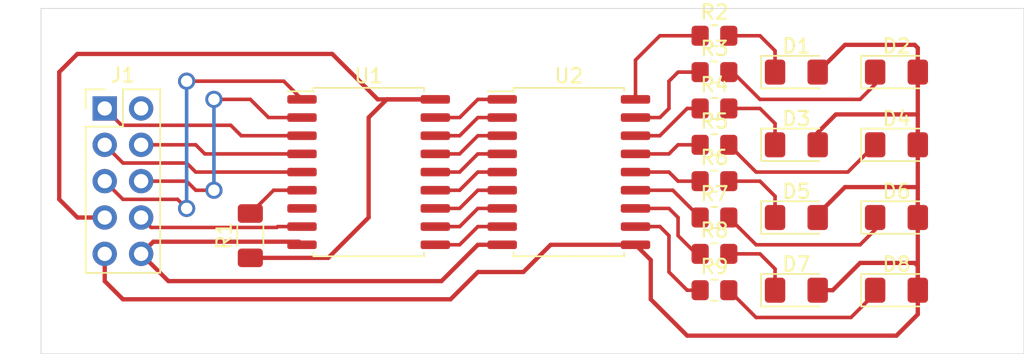
<source format=kicad_pcb>
(kicad_pcb (version 20211014) (generator pcbnew)
  (layers (0 "F.Cu" signal) (31 "B.Cu" signal) (34 "B.Paste" user) (35 "F.Paste" user) (36 "B.SilkS" user "B.Silkscreen") (37 "F.SilkS" user "F.Silkscreen") (38 "B.Mask" user) (39 "F.Mask" user) (44 "Edge.Cuts" user))
  (net 0 "")
  (net 1 "Net-(D1-Pad1)")
  (net 2 "+5VD")
  (net 3 "Net-(D2-Pad1)")
  (net 4 "Net-(D3-Pad1)")
  (net 5 "Net-(D4-Pad1)")
  (net 6 "Net-(D5-Pad1)")
  (net 7 "Net-(D6-Pad1)")
  (net 8 "Net-(D7-Pad1)")
  (net 9 "Net-(D8-Pad1)")
  (net 10 "Net-(J1-Pad1)")
  (net 12 "Net-(J1-Pad3)")
  (net 13 "Net-(J1-Pad4)")
  (net 14 "Net-(J1-Pad5)")
  (net 15 "Net-(J1-Pad6)")
  (net 16 "+3V3")
  (net 17 "Net-(J1-Pad8)")
  (net 18 "GND")
  (net 20 "Net-(R1-Pad2)")
  (net 21 "Net-(R9-Pad1)")
  (net 22 "Net-(U1-Pad10)")
  (net 23 "Net-(U1-Pad11)")
  (net 24 "Net-(U1-Pad12)")
  (net 25 "Net-(U1-Pad13)")
  (net 26 "Net-(U1-Pad14)")
  (net 27 "Net-(U1-Pad15)")
  (net 28 "Net-(R8-Pad1)")
  (net 29 "Net-(R7-Pad1)")
  (net 30 "Net-(R6-Pad1)")
  (net 31 "Net-(R5-Pad1)")
  (net 32 "Net-(R4-Pad1)")
  (net 33 "Net-(R3-Pad1)")
  (net 34 "Net-(R2-Pad1)")
  (net 35 "Net-(U1-Pad16)")
  (net 36 "Net-(U1-Pad17)")
  (footprint "LED_SMD:LED_1206_3216Metric_Pad1.42x1.75mm_HandSolder" (layer "F.Cu") (at 195.58 84.455)
    (fp_text reference "D6" (at 0 -1.82) (layer "F.SilkS"))
    (fp_text value "IR26-21C_L110_TR8")
    (fp_line (start -2.46 -1.135) (end -2.46 1.135) (layer "F.SilkS") (width 0.12))
    (fp_line (start -2.46 1.135) (end 1.6 1.135) (layer "F.SilkS") (width 0.12))
    (fp_line (start 1.6 -1.135) (end -2.46 -1.135) (layer "F.SilkS") (width 0.12))
    (pad "1" smd roundrect (at -1.4875 0) (size 1.425 1.75) (layers "F.Cu" "F.Paste" "F.Mask") (roundrect_rratio 0.175439) (net 7 "Net-(D6-Pad1)"))
    (pad "2" smd roundrect (at 1.4875 0) (size 1.425 1.75) (layers "F.Cu" "F.Paste" "F.Mask") (roundrect_rratio 0.175439) (net 2 "+5VD"))
  )
  (footprint "Resistor_SMD:R_0805_2012Metric_Pad1.20x1.40mm_HandSolder" (layer "F.Cu") (at 182.88 84.455)
    (fp_text reference "R7" (at 0 -1.65) (layer "F.SilkS"))
    (fp_text value "470R")
    (fp_line (start -0.227064 -0.735) (end 0.227064 -0.735) (layer "F.SilkS") (width 0.12))
    (fp_line (start -0.227064 0.735) (end 0.227064 0.735) (layer "F.SilkS") (width 0.12))
    (pad "1" smd roundrect (at -1 0) (size 1.2 1.4) (layers "F.Cu" "F.Paste" "F.Mask") (roundrect_rratio 0.208333) (net 29 "Net-(R7-Pad1)"))
    (pad "2" smd roundrect (at 1 0) (size 1.2 1.4) (layers "F.Cu" "F.Paste" "F.Mask") (roundrect_rratio 0.208333) (net 7 "Net-(D6-Pad1)"))
  )
  (footprint "Resistor_SMD:R_0805_2012Metric_Pad1.20x1.40mm_HandSolder" (layer "F.Cu") (at 182.88 81.915)
    (fp_text reference "R6" (at 0 -1.65) (layer "F.SilkS"))
    (fp_text value "470R")
    (fp_line (start -0.227064 -0.735) (end 0.227064 -0.735) (layer "F.SilkS") (width 0.12))
    (fp_line (start -0.227064 0.735) (end 0.227064 0.735) (layer "F.SilkS") (width 0.12))
    (pad "1" smd roundrect (at -1 0) (size 1.2 1.4) (layers "F.Cu" "F.Paste" "F.Mask") (roundrect_rratio 0.208333) (net 30 "Net-(R6-Pad1)"))
    (pad "2" smd roundrect (at 1 0) (size 1.2 1.4) (layers "F.Cu" "F.Paste" "F.Mask") (roundrect_rratio 0.208333) (net 6 "Net-(D5-Pad1)"))
  )
  (footprint "Resistor_SMD:R_1206_3216Metric_Pad1.30x1.75mm_HandSolder" (layer "F.Cu") (at 150.495 85.725 90)
    (fp_text reference "R1" (at 0 -1.82 90) (layer "F.SilkS"))
    (fp_text value "1K")
    (fp_line (start -0.727064 -0.91) (end 0.727064 -0.91) (layer "F.SilkS") (width 0.12))
    (fp_line (start -0.727064 0.91) (end 0.727064 0.91) (layer "F.SilkS") (width 0.12))
    (pad "1" smd roundrect (at -1.55 0 90) (size 1.3 1.75) (layers "F.Cu" "F.Paste" "F.Mask") (roundrect_rratio 0.192308) (net 16 "+3V3"))
    (pad "2" smd roundrect (at 1.55 0 90) (size 1.3 1.75) (layers "F.Cu" "F.Paste" "F.Mask") (roundrect_rratio 0.192308) (net 20 "Net-(R1-Pad2)"))
  )
  (footprint "Resistor_SMD:R_0805_2012Metric_Pad1.20x1.40mm_HandSolder" (layer "F.Cu") (at 182.88 74.295)
    (fp_text reference "R3" (at 0 -1.65) (layer "F.SilkS"))
    (fp_text value "470R")
    (fp_line (start -0.227064 0.735) (end 0.227064 0.735) (layer "F.SilkS") (width 0.12))
    (fp_line (start -0.227064 -0.735) (end 0.227064 -0.735) (layer "F.SilkS") (width 0.12))
    (pad "1" smd roundrect (at -1 0) (size 1.2 1.4) (layers "F.Cu" "F.Paste" "F.Mask") (roundrect_rratio 0.208333) (net 33 "Net-(R3-Pad1)"))
    (pad "2" smd roundrect (at 1 0) (size 1.2 1.4) (layers "F.Cu" "F.Paste" "F.Mask") (roundrect_rratio 0.208333) (net 3 "Net-(D2-Pad1)"))
  )
  (footprint "LED_SMD:LED_1206_3216Metric_Pad1.42x1.75mm_HandSolder" (layer "F.Cu") (at 188.595 79.375)
    (fp_text reference "D3" (at 0 -1.82) (layer "F.SilkS"))
    (fp_text value "IR26-21C_L110_TR8")
    (fp_line (start -2.46 1.135) (end 1.6 1.135) (layer "F.SilkS") (width 0.12))
    (fp_line (start -2.46 -1.135) (end -2.46 1.135) (layer "F.SilkS") (width 0.12))
    (fp_line (start 1.6 -1.135) (end -2.46 -1.135) (layer "F.SilkS") (width 0.12))
    (pad "1" smd roundrect (at -1.4875 0) (size 1.425 1.75) (layers "F.Cu" "F.Paste" "F.Mask") (roundrect_rratio 0.175439) (net 4 "Net-(D3-Pad1)"))
    (pad "2" smd roundrect (at 1.4875 0) (size 1.425 1.75) (layers "F.Cu" "F.Paste" "F.Mask") (roundrect_rratio 0.175439) (net 2 "+5VD"))
  )
  (footprint "Resistor_SMD:R_0805_2012Metric_Pad1.20x1.40mm_HandSolder" (layer "F.Cu") (at 182.88 86.995)
    (fp_text reference "R8" (at 0 -1.65) (layer "F.SilkS"))
    (fp_text value "470R")
    (fp_line (start -0.227064 -0.735) (end 0.227064 -0.735) (layer "F.SilkS") (width 0.12))
    (fp_line (start -0.227064 0.735) (end 0.227064 0.735) (layer "F.SilkS") (width 0.12))
    (pad "1" smd roundrect (at -1 0) (size 1.2 1.4) (layers "F.Cu" "F.Paste" "F.Mask") (roundrect_rratio 0.208333) (net 28 "Net-(R8-Pad1)"))
    (pad "2" smd roundrect (at 1 0) (size 1.2 1.4) (layers "F.Cu" "F.Paste" "F.Mask") (roundrect_rratio 0.208333) (net 8 "Net-(D7-Pad1)"))
  )
  (footprint "Package_SO:SOIC-18W_7.5x11.6mm_P1.27mm" (layer "F.Cu") (at 158.75 81.28)
    (fp_text reference "U1" (at 0 -6.72) (layer "F.SilkS"))
    (fp_text value "MCP23008-xSO")
    (fp_line (start -3.86 -5.64) (end -5.675 -5.64) (layer "F.SilkS") (width 0.12))
    (fp_line (start 0 -5.885) (end -3.86 -5.885) (layer "F.SilkS") (width 0.12))
    (fp_line (start 3.86 5.885) (end 3.86 5.64) (layer "F.SilkS") (width 0.12))
    (fp_line (start -3.86 5.885) (end -3.86 5.64) (layer "F.SilkS") (width 0.12))
    (fp_line (start 0 -5.885) (end 3.86 -5.885) (layer "F.SilkS") (width 0.12))
    (fp_line (start 0 5.885) (end -3.86 5.885) (layer "F.SilkS") (width 0.12))
    (fp_line (start -3.86 -5.885) (end -3.86 -5.64) (layer "F.SilkS") (width 0.12))
    (fp_line (start 3.86 -5.885) (end 3.86 -5.64) (layer "F.SilkS") (width 0.12))
    (fp_line (start 0 5.885) (end 3.86 5.885) (layer "F.SilkS") (width 0.12))
    (pad "1" smd roundrect (at -4.65 -5.08) (size 2.05 0.6) (layers "F.Cu" "F.Paste" "F.Mask") (net 14 "Net-(J1-Pad5)"))
    (pad "2" smd roundrect (at -4.65 -3.81) (size 2.05 0.6) (layers "F.Cu" "F.Paste" "F.Mask") (net 15 "Net-(J1-Pad6)"))
    (pad "3" smd roundrect (at -4.65 -2.54) (size 2.05 0.6) (layers "F.Cu" "F.Paste" "F.Mask") (net 10 "Net-(J1-Pad1)"))
    (pad "4" smd roundrect (at -4.65 -1.27) (size 2.05 0.6) (layers "F.Cu" "F.Paste" "F.Mask") (net 13 "Net-(J1-Pad4)"))
    (pad "5" smd roundrect (at -4.65 0) (size 2.05 0.6) (layers "F.Cu" "F.Paste" "F.Mask") (net 12 "Net-(J1-Pad3)"))
    (pad "6" smd roundrect (at -4.65 1.27) (size 2.05 0.6) (layers "F.Cu" "F.Paste" "F.Mask") (net 20 "Net-(R1-Pad2)"))
    (pad "7" smd roundrect (at -4.65 2.54) (size 2.05 0.6) (layers "F.Cu" "F.Paste" "F.Mask"))
    (pad "8" smd roundrect (at -4.65 3.81) (size 2.05 0.6) (layers "F.Cu" "F.Paste" "F.Mask") (net 17 "Net-(J1-Pad8)"))
    (pad "9" smd roundrect (at -4.65 5.08) (size 2.05 0.6) (layers "F.Cu" "F.Paste" "F.Mask") (net 18 "GND"))
    (pad "10" smd roundrect (at 4.65 5.08) (size 2.05 0.6) (layers "F.Cu" "F.Paste" "F.Mask") (net 22 "Net-(U1-Pad10)"))
    (pad "11" smd roundrect (at 4.65 3.81) (size 2.05 0.6) (layers "F.Cu" "F.Paste" "F.Mask") (net 23 "Net-(U1-Pad11)"))
    (pad "12" smd roundrect (at 4.65 2.54) (size 2.05 0.6) (layers "F.Cu" "F.Paste" "F.Mask") (net 24 "Net-(U1-Pad12)"))
    (pad "13" smd roundrect (at 4.65 1.27) (size 2.05 0.6) (layers "F.Cu" "F.Paste" "F.Mask") (net 25 "Net-(U1-Pad13)"))
    (pad "14" smd roundrect (at 4.65 0) (size 2.05 0.6) (layers "F.Cu" "F.Paste" "F.Mask") (net 26 "Net-(U1-Pad14)"))
    (pad "15" smd roundrect (at 4.65 -1.27) (size 2.05 0.6) (layers "F.Cu" "F.Paste" "F.Mask") (net 27 "Net-(U1-Pad15)"))
    (pad "16" smd roundrect (at 4.65 -2.54) (size 2.05 0.6) (layers "F.Cu" "F.Paste" "F.Mask") (net 35 "Net-(U1-Pad16)"))
    (pad "17" smd roundrect (at 4.65 -3.81) (size 2.05 0.6) (layers "F.Cu" "F.Paste" "F.Mask") (net 36 "Net-(U1-Pad17)"))
    (pad "18" smd roundrect (at 4.65 -5.08) (size 2.05 0.6) (layers "F.Cu" "F.Paste" "F.Mask") (net 16 "+3V3"))
  )
  (footprint "Connector_PinHeader_2.54mm:PinHeader_2x05_P2.54mm_Vertical" (layer "F.Cu") (at 140.335 76.835)
    (fp_text reference "J1" (at 1.27 -2.33) (layer "F.SilkS"))
    (fp_text value "Conn_02x05_Odd_Even")
    (fp_line (start -1.33 1.27) (end -1.33 11.49) (layer "F.SilkS") (width 0.12))
    (fp_line (start 1.27 1.27) (end 1.27 -1.33) (layer "F.SilkS") (width 0.12))
    (fp_line (start 3.87 -1.33) (end 3.87 11.49) (layer "F.SilkS") (width 0.12))
    (fp_line (start -1.33 1.27) (end 1.27 1.27) (layer "F.SilkS") (width 0.12))
    (fp_line (start -1.33 -1.33) (end 0 -1.33) (layer "F.SilkS") (width 0.12))
    (fp_line (start 1.27 -1.33) (end 3.87 -1.33) (layer "F.SilkS") (width 0.12))
    (fp_line (start -1.33 0) (end -1.33 -1.33) (layer "F.SilkS") (width 0.12))
    (fp_line (start -1.33 11.49) (end 3.87 11.49) (layer "F.SilkS") (width 0.12))
    (pad "1" thru_hole rect (at 0 0) (size 1.7 1.7) (drill 1) (layers *.Cu *.Mask) (net 10 "Net-(J1-Pad1)"))
    (pad "2" thru_hole oval (at 2.54 0) (size 1.7 1.7) (drill 1) (layers *.Cu *.Mask))
    (pad "3" thru_hole oval (at 0 2.54) (size 1.7 1.7) (drill 1) (layers *.Cu *.Mask) (net 12 "Net-(J1-Pad3)"))
    (pad "4" thru_hole oval (at 2.54 2.54) (size 1.7 1.7) (drill 1) (layers *.Cu *.Mask) (net 13 "Net-(J1-Pad4)"))
    (pad "5" thru_hole oval (at 0 5.08) (size 1.7 1.7) (drill 1) (layers *.Cu *.Mask) (net 14 "Net-(J1-Pad5)"))
    (pad "6" thru_hole oval (at 2.54 5.08) (size 1.7 1.7) (drill 1) (layers *.Cu *.Mask) (net 15 "Net-(J1-Pad6)"))
    (pad "7" thru_hole oval (at 0 7.62) (size 1.7 1.7) (drill 1) (layers *.Cu *.Mask) (net 16 "+3V3"))
    (pad "8" thru_hole oval (at 2.54 7.62) (size 1.7 1.7) (drill 1) (layers *.Cu *.Mask) (net 17 "Net-(J1-Pad8)"))
    (pad "9" thru_hole oval (at 0 10.16) (size 1.7 1.7) (drill 1) (layers *.Cu *.Mask) (net 2 "+5VD"))
    (pad "10" thru_hole oval (at 2.54 10.16) (size 1.7 1.7) (drill 1) (layers *.Cu *.Mask) (net 18 "GND"))
  )
  (footprint "LED_SMD:LED_1206_3216Metric_Pad1.42x1.75mm_HandSolder" (layer "F.Cu") (at 188.595 89.535)
    (fp_text reference "D7" (at 0 -1.82) (layer "F.SilkS"))
    (fp_text value "IR26-21C_L110_TR8")
    (fp_line (start -2.46 1.135) (end 1.6 1.135) (layer "F.SilkS") (width 0.12))
    (fp_line (start -2.46 -1.135) (end -2.46 1.135) (layer "F.SilkS") (width 0.12))
    (fp_line (start 1.6 -1.135) (end -2.46 -1.135) (layer "F.SilkS") (width 0.12))
    (pad "1" smd roundrect (at -1.4875 0) (size 1.425 1.75) (layers "F.Cu" "F.Paste" "F.Mask") (roundrect_rratio 0.175439) (net 8 "Net-(D7-Pad1)"))
    (pad "2" smd roundrect (at 1.4875 0) (size 1.425 1.75) (layers "F.Cu" "F.Paste" "F.Mask") (roundrect_rratio 0.175439) (net 2 "+5VD"))
  )
  (footprint "LED_SMD:LED_1206_3216Metric_Pad1.42x1.75mm_HandSolder" (layer "F.Cu") (at 188.595 74.295)
    (fp_text reference "D1" (at 0 -1.82) (layer "F.SilkS"))
    (fp_text value "IR26-21C_L110_TR8")
    (fp_line (start -2.46 -1.135) (end -2.46 1.135) (layer "F.SilkS") (width 0.12))
    (fp_line (start 1.6 -1.135) (end -2.46 -1.135) (layer "F.SilkS") (width 0.12))
    (fp_line (start -2.46 1.135) (end 1.6 1.135) (layer "F.SilkS") (width 0.12))
    (pad "1" smd roundrect (at -1.4875 0) (size 1.425 1.75) (layers "F.Cu" "F.Paste" "F.Mask") (roundrect_rratio 0.175439) (net 1 "Net-(D1-Pad1)"))
    (pad "2" smd roundrect (at 1.4875 0) (size 1.425 1.75) (layers "F.Cu" "F.Paste" "F.Mask") (roundrect_rratio 0.175439) (net 2 "+5VD"))
  )
  (footprint "Package_SO:SOIC-18W_7.5x11.6mm_P1.27mm" (layer "F.Cu") (at 172.72 81.28)
    (fp_text reference "U2" (at 0 -6.72) (layer "F.SilkS"))
    (fp_text value "ULN2803A")
    (fp_line (start -3.86 -5.64) (end -5.675 -5.64) (layer "F.SilkS") (width 0.12))
    (fp_line (start -3.86 5.885) (end -3.86 5.64) (layer "F.SilkS") (width 0.12))
    (fp_line (start -3.86 -5.885) (end -3.86 -5.64) (layer "F.SilkS") (width 0.12))
    (fp_line (start 3.86 5.885) (end 3.86 5.64) (layer "F.SilkS") (width 0.12))
    (fp_line (start 0 -5.885) (end -3.86 -5.885) (layer "F.SilkS") (width 0.12))
    (fp_line (start 0 -5.885) (end 3.86 -5.885) (layer "F.SilkS") (width 0.12))
    (fp_line (start 0 5.885) (end -3.86 5.885) (layer "F.SilkS") (width 0.12))
    (fp_line (start 3.86 -5.885) (end 3.86 -5.64) (layer "F.SilkS") (width 0.12))
    (fp_line (start 0 5.885) (end 3.86 5.885) (layer "F.SilkS") (width 0.12))
    (pad "1" smd roundrect (at -4.65 -5.08) (size 2.05 0.6) (layers "F.Cu" "F.Paste" "F.Mask") (net 36 "Net-(U1-Pad17)"))
    (pad "2" smd roundrect (at -4.65 -3.81) (size 2.05 0.6) (layers "F.Cu" "F.Paste" "F.Mask") (net 35 "Net-(U1-Pad16)"))
    (pad "3" smd roundrect (at -4.65 -2.54) (size 2.05 0.6) (layers "F.Cu" "F.Paste" "F.Mask") (net 27 "Net-(U1-Pad15)"))
    (pad "4" smd roundrect (at -4.65 -1.27) (size 2.05 0.6) (layers "F.Cu" "F.Paste" "F.Mask") (net 26 "Net-(U1-Pad14)"))
    (pad "5" smd roundrect (at -4.65 0) (size 2.05 0.6) (layers "F.Cu" "F.Paste" "F.Mask") (net 25 "Net-(U1-Pad13)"))
    (pad "6" smd roundrect (at -4.65 1.27) (size 2.05 0.6) (layers "F.Cu" "F.Paste" "F.Mask") (net 24 "Net-(U1-Pad12)"))
    (pad "7" smd roundrect (at -4.65 2.54) (size 2.05 0.6) (layers "F.Cu" "F.Paste" "F.Mask") (net 23 "Net-(U1-Pad11)"))
    (pad "8" smd roundrect (at -4.65 3.81) (size 2.05 0.6) (layers "F.Cu" "F.Paste" "F.Mask") (net 22 "Net-(U1-Pad10)"))
    (pad "9" smd roundrect (at -4.65 5.08) (size 2.05 0.6) (layers "F.Cu" "F.Paste" "F.Mask") (net 18 "GND"))
    (pad "10" smd roundrect (at 4.65 5.08) (size 2.05 0.6) (layers "F.Cu" "F.Paste" "F.Mask") (net 2 "+5VD"))
    (pad "11" smd roundrect (at 4.65 3.81) (size 2.05 0.6) (layers "F.Cu" "F.Paste" "F.Mask") (net 21 "Net-(R9-Pad1)"))
    (pad "12" smd roundrect (at 4.65 2.54) (size 2.05 0.6) (layers "F.Cu" "F.Paste" "F.Mask") (net 28 "Net-(R8-Pad1)"))
    (pad "13" smd roundrect (at 4.65 1.27) (size 2.05 0.6) (layers "F.Cu" "F.Paste" "F.Mask") (net 29 "Net-(R7-Pad1)"))
    (pad "14" smd roundrect (at 4.65 0) (size 2.05 0.6) (layers "F.Cu" "F.Paste" "F.Mask") (net 30 "Net-(R6-Pad1)"))
    (pad "15" smd roundrect (at 4.65 -1.27) (size 2.05 0.6) (layers "F.Cu" "F.Paste" "F.Mask") (net 31 "Net-(R5-Pad1)"))
    (pad "16" smd roundrect (at 4.65 -2.54) (size 2.05 0.6) (layers "F.Cu" "F.Paste" "F.Mask") (net 32 "Net-(R4-Pad1)"))
    (pad "17" smd roundrect (at 4.65 -3.81) (size 2.05 0.6) (layers "F.Cu" "F.Paste" "F.Mask") (net 33 "Net-(R3-Pad1)"))
    (pad "18" smd roundrect (at 4.65 -5.08) (size 2.05 0.6) (layers "F.Cu" "F.Paste" "F.Mask") (net 34 "Net-(R2-Pad1)"))
  )
  (footprint "Resistor_SMD:R_0805_2012Metric_Pad1.20x1.40mm_HandSolder" (layer "F.Cu") (at 182.88 89.535)
    (fp_text reference "R9" (at 0 -1.65) (layer "F.SilkS"))
    (fp_text value "470R")
    (fp_line (start -0.227064 -0.735) (end 0.227064 -0.735) (layer "F.SilkS") (width 0.12))
    (fp_line (start -0.227064 0.735) (end 0.227064 0.735) (layer "F.SilkS") (width 0.12))
    (pad "1" smd roundrect (at -1 0) (size 1.2 1.4) (layers "F.Cu" "F.Paste" "F.Mask") (roundrect_rratio 0.208333) (net 21 "Net-(R9-Pad1)"))
    (pad "2" smd roundrect (at 1 0) (size 1.2 1.4) (layers "F.Cu" "F.Paste" "F.Mask") (roundrect_rratio 0.208333) (net 9 "Net-(D8-Pad1)"))
  )
  (footprint "LED_SMD:LED_1206_3216Metric_Pad1.42x1.75mm_HandSolder" (layer "F.Cu") (at 195.58 79.375)
    (fp_text reference "D4" (at 0 -1.82) (layer "F.SilkS"))
    (fp_text value "IR26-21C_L110_TR8")
    (fp_line (start -2.46 1.135) (end 1.6 1.135) (layer "F.SilkS") (width 0.12))
    (fp_line (start -2.46 -1.135) (end -2.46 1.135) (layer "F.SilkS") (width 0.12))
    (fp_line (start 1.6 -1.135) (end -2.46 -1.135) (layer "F.SilkS") (width 0.12))
    (pad "1" smd roundrect (at -1.4875 0) (size 1.425 1.75) (layers "F.Cu" "F.Paste" "F.Mask") (roundrect_rratio 0.175439) (net 5 "Net-(D4-Pad1)"))
    (pad "2" smd roundrect (at 1.4875 0) (size 1.425 1.75) (layers "F.Cu" "F.Paste" "F.Mask") (roundrect_rratio 0.175439) (net 2 "+5VD"))
  )
  (footprint "LED_SMD:LED_1206_3216Metric_Pad1.42x1.75mm_HandSolder" (layer "F.Cu") (at 195.58 89.535)
    (fp_text reference "D8" (at 0 -1.82) (layer "F.SilkS"))
    (fp_text value "IR26-21C_L110_TR8")
    (fp_line (start -2.46 1.135) (end 1.6 1.135) (layer "F.SilkS") (width 0.12))
    (fp_line (start 1.6 -1.135) (end -2.46 -1.135) (layer "F.SilkS") (width 0.12))
    (fp_line (start -2.46 -1.135) (end -2.46 1.135) (layer "F.SilkS") (width 0.12))
    (pad "1" smd roundrect (at -1.4875 0) (size 1.425 1.75) (layers "F.Cu" "F.Paste" "F.Mask") (roundrect_rratio 0.175439) (net 9 "Net-(D8-Pad1)"))
    (pad "2" smd roundrect (at 1.4875 0) (size 1.425 1.75) (layers "F.Cu" "F.Paste" "F.Mask") (roundrect_rratio 0.175439) (net 2 "+5VD"))
  )
  (footprint "Resistor_SMD:R_0805_2012Metric_Pad1.20x1.40mm_HandSolder" (layer "F.Cu") (at 182.88 76.835)
    (fp_text reference "R4" (at 0 -1.65) (layer "F.SilkS"))
    (fp_text value "470R")
    (fp_line (start -0.227064 -0.735) (end 0.227064 -0.735) (layer "F.SilkS") (width 0.12))
    (fp_line (start -0.227064 0.735) (end 0.227064 0.735) (layer "F.SilkS") (width 0.12))
    (pad "1" smd roundrect (at -1 0) (size 1.2 1.4) (layers "F.Cu" "F.Paste" "F.Mask") (roundrect_rratio 0.208333) (net 32 "Net-(R4-Pad1)"))
    (pad "2" smd roundrect (at 1 0) (size 1.2 1.4) (layers "F.Cu" "F.Paste" "F.Mask") (roundrect_rratio 0.208333) (net 4 "Net-(D3-Pad1)"))
  )
  (footprint "Resistor_SMD:R_0805_2012Metric_Pad1.20x1.40mm_HandSolder" (layer "F.Cu") (at 182.88 71.755)
    (fp_text reference "R2" (at 0 -1.65) (layer "F.SilkS"))
    (fp_text value "470R")
    (fp_line (start -0.227064 0.735) (end 0.227064 0.735) (layer "F.SilkS") (width 0.12))
    (fp_line (start -0.227064 -0.735) (end 0.227064 -0.735) (layer "F.SilkS") (width 0.12))
    (pad "1" smd roundrect (at -1 0) (size 1.2 1.4) (layers "F.Cu" "F.Paste" "F.Mask") (roundrect_rratio 0.208333) (net 34 "Net-(R2-Pad1)"))
    (pad "2" smd roundrect (at 1 0) (size 1.2 1.4) (layers "F.Cu" "F.Paste" "F.Mask") (roundrect_rratio 0.208333) (net 1 "Net-(D1-Pad1)"))
  )
  (footprint "LED_SMD:LED_1206_3216Metric_Pad1.42x1.75mm_HandSolder" (layer "F.Cu") (at 188.595 84.455)
    (fp_text reference "D5" (at 0 -1.82) (layer "F.SilkS"))
    (fp_text value "IR26-21C_L110_TR8")
    (fp_line (start -2.46 1.135) (end 1.6 1.135) (layer "F.SilkS") (width 0.12))
    (fp_line (start -2.46 -1.135) (end -2.46 1.135) (layer "F.SilkS") (width 0.12))
    (fp_line (start 1.6 -1.135) (end -2.46 -1.135) (layer "F.SilkS") (width 0.12))
    (pad "1" smd roundrect (at -1.4875 0) (size 1.425 1.75) (layers "F.Cu" "F.Paste" "F.Mask") (roundrect_rratio 0.175439) (net 6 "Net-(D5-Pad1)"))
    (pad "2" smd roundrect (at 1.4875 0) (size 1.425 1.75) (layers "F.Cu" "F.Paste" "F.Mask") (roundrect_rratio 0.175439) (net 2 "+5VD"))
  )
  (footprint "Resistor_SMD:R_0805_2012Metric_Pad1.20x1.40mm_HandSolder" (layer "F.Cu") (at 182.88 79.375)
    (fp_text reference "R5" (at 0 -1.65) (layer "F.SilkS"))
    (fp_text value "470R")
    (fp_line (start -0.227064 0.735) (end 0.227064 0.735) (layer "F.SilkS") (width 0.12))
    (fp_line (start -0.227064 -0.735) (end 0.227064 -0.735) (layer "F.SilkS") (width 0.12))
    (pad "1" smd roundrect (at -1 0) (size 1.2 1.4) (layers "F.Cu" "F.Paste" "F.Mask") (roundrect_rratio 0.208333) (net 31 "Net-(R5-Pad1)"))
    (pad "2" smd roundrect (at 1 0) (size 1.2 1.4) (layers "F.Cu" "F.Paste" "F.Mask") (roundrect_rratio 0.208333) (net 5 "Net-(D4-Pad1)"))
  )
  (footprint "LED_SMD:LED_1206_3216Metric_Pad1.42x1.75mm_HandSolder" (layer "F.Cu") (at 195.58 74.295)
    (fp_text reference "D2" (at 0 -1.82) (layer "F.SilkS"))
    (fp_text value "IR26-21C_L110_TR8")
    (fp_line (start 1.6 -1.135) (end -2.46 -1.135) (layer "F.SilkS") (width 0.12))
    (fp_line (start -2.46 -1.135) (end -2.46 1.135) (layer "F.SilkS") (width 0.12))
    (fp_line (start -2.46 1.135) (end 1.6 1.135) (layer "F.SilkS") (width 0.12))
    (pad "1" smd roundrect (at -1.4875 0) (size 1.425 1.75) (layers "F.Cu" "F.Paste" "F.Mask") (roundrect_rratio 0.175439) (net 3 "Net-(D2-Pad1)"))
    (pad "2" smd roundrect (at 1.4875 0) (size 1.425 1.75) (layers "F.Cu" "F.Paste" "F.Mask") (roundrect_rratio 0.175439) (net 2 "+5VD"))
  )
  (gr_line (start 135.89 93.98) (end 204.47 93.98) (layer "Edge.Cuts") (width 0.05))
  (gr_line (start 204.47 69.85) (end 135.89 69.85) (layer "Edge.Cuts") (width 0.05))
  (gr_line (start 135.89 69.85) (end 135.89 93.98) (layer "Edge.Cuts") (width 0.05))
  (gr_line (start 204.47 93.98) (end 204.47 69.85) (layer "Edge.Cuts") (width 0.05))
  (segment (start 183.88 71.755) (end 186.055 71.755) (width 0.25) (layer "F.Cu") (net 1))
  (segment (start 187.1075 72.8075) (end 187.1075 74.295) (width 0.25) (layer "F.Cu") (net 1))
  (segment (start 186.055 71.755) (end 187.1075 72.8075) (width 0.25) (layer "F.Cu") (net 1))
  (segment (start 197.0675 91.2225) (end 195.58 92.71) (width 0.3) (layer "F.Cu") (net 2))
  (segment (start 196.85 87.63) (end 197.0675 87.8475) (width 0.3) (layer "F.Cu") (net 2))
  (segment (start 197.0675 79.375) (end 197.0675 82.3325) (width 0.3) (layer "F.Cu") (net 2))
  (segment (start 197.0675 89.535) (end 197.0675 91.2225) (width 0.3) (layer "F.Cu") (net 2))
  (segment (start 164.465 90.17) (end 141.605 90.17) (width 0.3) (layer "F.Cu") (net 2))
  (segment (start 190.0825 89.535) (end 191.135 89.535) (width 0.3) (layer "F.Cu") (net 2))
  (segment (start 191.3525 77.2525) (end 197.0675 77.2525) (width 0.3) (layer "F.Cu") (net 2))
  (segment (start 195.58 92.71) (end 180.975 92.71) (width 0.3) (layer "F.Cu") (net 2))
  (segment (start 191.9875 72.39) (end 190.0825 74.295) (width 0.3) (layer "F.Cu") (net 2))
  (segment (start 140.335 88.9) (end 140.335 86.995) (width 0.3) (layer "F.Cu") (net 2))
  (segment (start 169.545 88.265) (end 166.37 88.265) (width 0.3) (layer "F.Cu") (net 2))
  (segment (start 191.9875 82.3325) (end 197.0675 82.3325) (width 0.3) (layer "F.Cu") (net 2))
  (segment (start 197.0675 82.3325) (end 197.0675 84.455) (width 0.3) (layer "F.Cu") (net 2))
  (segment (start 177.37 86.36) (end 171.45 86.36) (width 0.3) (layer "F.Cu") (net 2))
  (segment (start 141.605 90.17) (end 140.335 88.9) (width 0.3) (layer "F.Cu") (net 2))
  (segment (start 190.0825 78.5225) (end 191.3525 77.2525) (width 0.3) (layer "F.Cu") (net 2))
  (segment (start 190.0825 79.375) (end 190.0825 78.5225) (width 0.3) (layer "F.Cu") (net 2))
  (segment (start 180.975 92.71) (end 178.435 90.17) (width 0.3) (layer "F.Cu") (net 2))
  (segment (start 196.85 72.39) (end 191.9875 72.39) (width 0.3) (layer "F.Cu") (net 2))
  (segment (start 197.0675 74.295) (end 197.0675 72.6075) (width 0.3) (layer "F.Cu") (net 2))
  (segment (start 178.435 87.425) (end 177.37 86.36) (width 0.3) (layer "F.Cu") (net 2))
  (segment (start 166.37 88.265) (end 164.465 90.17) (width 0.3) (layer "F.Cu") (net 2))
  (segment (start 197.0675 84.455) (end 197.0675 89.535) (width 0.3) (layer "F.Cu") (net 2))
  (segment (start 171.45 86.36) (end 169.545 88.265) (width 0.3) (layer "F.Cu") (net 2))
  (segment (start 193.04 87.63) (end 196.85 87.63) (width 0.3) (layer "F.Cu") (net 2))
  (segment (start 197.0675 77.2525) (end 197.0675 79.375) (width 0.3) (layer "F.Cu") (net 2))
  (segment (start 197.0675 87.8475) (end 197.0675 89.535) (width 0.3) (layer "F.Cu") (net 2))
  (segment (start 190.0825 84.455) (end 190.0825 84.2375) (width 0.3) (layer "F.Cu") (net 2))
  (segment (start 190.0825 84.2375) (end 191.9875 82.3325) (width 0.3) (layer "F.Cu") (net 2))
  (segment (start 191.135 89.535) (end 193.04 87.63) (width 0.3) (layer "F.Cu") (net 2))
  (segment (start 178.435 90.17) (end 178.435 87.425) (width 0.3) (layer "F.Cu") (net 2))
  (segment (start 197.0675 72.6075) (end 196.85 72.39) (width 0.3) (layer "F.Cu") (net 2))
  (segment (start 197.0675 74.295) (end 197.0675 77.2525) (width 0.3) (layer "F.Cu") (net 2))
  (segment (start 193.04 76.2) (end 186.055 76.2) (width 0.25) (layer "F.Cu") (net 3))
  (segment (start 194.0925 74.295) (end 194.0925 75.1475) (width 0.25) (layer "F.Cu") (net 3))
  (segment (start 184.15 74.295) (end 183.88 74.295) (width 0.25) (layer "F.Cu") (net 3))
  (segment (start 186.055 76.2) (end 184.15 74.295) (width 0.25) (layer "F.Cu") (net 3))
  (segment (start 194.0925 75.1475) (end 193.04 76.2) (width 0.25) (layer "F.Cu") (net 3))
  (segment (start 183.88 76.835) (end 186.055 76.835) (width 0.25) (layer "F.Cu") (net 4))
  (segment (start 186.055 76.835) (end 187.1075 77.8875) (width 0.25) (layer "F.Cu") (net 4))
  (segment (start 187.1075 77.8875) (end 187.1075 79.375) (width 0.25) (layer "F.Cu") (net 4))
  (segment (start 194.0925 79.375) (end 192.1875 81.28) (width 0.25) (layer "F.Cu") (net 5))
  (segment (start 185.785 81.28) (end 183.88 79.375) (width 0.25) (layer "F.Cu") (net 5))
  (segment (start 192.1875 81.28) (end 185.785 81.28) (width 0.25) (layer "F.Cu") (net 5))
  (segment (start 183.88 81.915) (end 186.055 81.915) (width 0.25) (layer "F.Cu") (net 6))
  (segment (start 187.1075 82.9675) (end 187.1075 84.455) (width 0.25) (layer "F.Cu") (net 6))
  (segment (start 186.055 81.915) (end 187.1075 82.9675) (width 0.25) (layer "F.Cu") (net 6))
  (segment (start 185.785 86.36) (end 183.88 84.455) (width 0.25) (layer "F.Cu") (net 7))
  (segment (start 193.04 86.36) (end 185.785 86.36) (width 0.25) (layer "F.Cu") (net 7))
  (segment (start 194.0925 85.3075) (end 193.04 86.36) (width 0.25) (layer "F.Cu") (net 7))
  (segment (start 194.0925 84.455) (end 194.0925 85.3075) (width 0.25) (layer "F.Cu") (net 7))
  (segment (start 183.88 86.995) (end 186.055 86.995) (width 0.25) (layer "F.Cu") (net 8))
  (segment (start 187.1075 88.0475) (end 187.1075 89.535) (width 0.25) (layer "F.Cu") (net 8))
  (segment (start 186.055 86.995) (end 187.1075 88.0475) (width 0.25) (layer "F.Cu") (net 8))
  (segment (start 192.405 91.44) (end 185.785 91.44) (width 0.25) (layer "F.Cu") (net 9))
  (segment (start 194.0925 89.7525) (end 192.405 91.44) (width 0.25) (layer "F.Cu") (net 9))
  (segment (start 185.785 91.44) (end 183.88 89.535) (width 0.25) (layer "F.Cu") (net 9))
  (segment (start 194.0925 89.535) (end 194.0925 89.7525) (width 0.25) (layer "F.Cu") (net 9))
  (segment (start 140.335 76.835) (end 141.51 78.01) (width 0.25) (layer "F.Cu") (net 10))
  (segment (start 149.86 78.74) (end 154.1 78.74) (width 0.25) (layer "F.Cu") (net 10))
  (segment (start 149.13 78.01) (end 149.86 78.74) (width 0.25) (layer "F.Cu") (net 10))
  (segment (start 141.51 78.01) (end 149.13 78.01) (width 0.25) (layer "F.Cu") (net 10))
  (segment (start 146.685 81.28) (end 154.1 81.28) (width 0.25) (layer "F.Cu") (net 12))
  (segment (start 140.335 79.375) (end 141.609278 80.649278) (width 0.25) (layer "F.Cu") (net 12))
  (segment (start 146.054278 80.649278) (end 146.685 81.28) (width 0.25) (layer "F.Cu") (net 12))
  (segment (start 141.609278 80.649278) (end 146.054278 80.649278) (width 0.25) (layer "F.Cu") (net 12))
  (segment (start 142.875 79.375) (end 146.685 79.375) (width 0.25) (layer "F.Cu") (net 13))
  (segment (start 154.1 80.01) (end 147.32 80.01) (width 0.25) (layer "F.Cu") (net 13))
  (segment (start 147.32 80.01) (end 146.685 79.375) (width 0.25) (layer "F.Cu") (net 13))
  (segment (start 145.415 83.185) (end 146.05 83.82) (width 0.25) (layer "F.Cu") (net 14))
  (segment (start 141.605 83.185) (end 145.415 83.185) (width 0.25) (layer "F.Cu") (net 14))
  (segment (start 140.335 81.915) (end 141.605 83.185) (width 0.25) (layer "F.Cu") (net 14))
  (segment (start 154.1 76.2) (end 152.83 74.93) (width 0.25) (layer "F.Cu") (net 14))
  (segment (start 152.83 74.93) (end 146.05 74.93) (width 0.25) (layer "F.Cu") (net 14))
  (via (at 146.05 83.82) (size 1.2) (drill 0.8) (layers "F.Cu" "B.Cu") (net 14))
  (via (at 146.05 74.93) (size 1.2) (drill 0.8) (layers "F.Cu" "B.Cu") (net 14))
  (segment (start 146.05 83.82) (end 146.05 74.93) (width 0.25) (layer "B.Cu") (net 14))
  (segment (start 146.05 81.915) (end 146.685 82.55) (width 0.25) (layer "F.Cu") (net 15))
  (segment (start 150.495 76.2) (end 147.955 76.2) (width 0.25) (layer "F.Cu") (net 15))
  (segment (start 142.875 81.915) (end 146.05 81.915) (width 0.25) (layer "F.Cu") (net 15))
  (segment (start 154.1 77.47) (end 151.765 77.47) (width 0.25) (layer "F.Cu") (net 15))
  (segment (start 146.685 82.55) (end 147.955 82.55) (width 0.25) (layer "F.Cu") (net 15))
  (segment (start 151.765 77.47) (end 150.495 76.2) (width 0.25) (layer "F.Cu") (net 15))
  (via (at 147.955 82.55) (size 1.2) (drill 0.8) (layers "F.Cu" "B.Cu") (net 15))
  (via (at 147.955 76.2) (size 1.2) (drill 0.8) (layers "F.Cu" "B.Cu") (net 15))
  (segment (start 147.955 76.2) (end 147.955 82.55) (width 0.25) (layer "B.Cu") (net 15))
  (segment (start 155.93 87.275) (end 158.75 84.455) (width 0.3) (layer "F.Cu") (net 16))
  (segment (start 160.02 76.2) (end 163.4 76.2) (width 0.3) (layer "F.Cu") (net 16))
  (segment (start 150.495 87.275) (end 155.93 87.275) (width 0.3) (layer "F.Cu") (net 16))
  (segment (start 138.43 73.025) (end 137.16 74.295) (width 0.3) (layer "F.Cu") (net 16))
  (segment (start 138.43 84.455) (end 140.335 84.455) (width 0.3) (layer "F.Cu") (net 16))
  (segment (start 137.16 74.295) (end 137.16 83.185) (width 0.3) (layer "F.Cu") (net 16))
  (segment (start 158.75 77.47) (end 160.02 76.2) (width 0.3) (layer "F.Cu") (net 16))
  (segment (start 159.385 76.2) (end 156.21 73.025) (width 0.3) (layer "F.Cu") (net 16))
  (segment (start 156.21 73.025) (end 138.43 73.025) (width 0.3) (layer "F.Cu") (net 16))
  (segment (start 158.75 84.455) (end 158.75 77.47) (width 0.3) (layer "F.Cu") (net 16))
  (segment (start 163.4 76.2) (end 159.385 76.2) (width 0.3) (layer "F.Cu") (net 16))
  (segment (start 137.16 83.185) (end 138.43 84.455) (width 0.3) (layer "F.Cu") (net 16))
  (segment (start 154.1 85.09) (end 154.04 85.15) (width 0.25) (layer "F.Cu") (net 17))
  (segment (start 143.57 85.15) (end 142.875 84.455) (width 0.25) (layer "F.Cu") (net 17))
  (segment (start 152.34 85.15) (end 143.57 85.15) (width 0.25) (layer "F.Cu") (net 17))
  (segment (start 154.1 85.09) (end 152.4 85.09) (width 0.25) (layer "F.Cu") (net 17))
  (segment (start 152.4 85.09) (end 152.34 85.15) (width 0.25) (layer "F.Cu") (net 17))
  (segment (start 142.875 86.995) (end 143.725 86.145) (width 0.3) (layer "F.Cu") (net 18))
  (segment (start 163.83 88.9) (end 166.37 86.36) (width 0.3) (layer "F.Cu") (net 18))
  (segment (start 166.37 86.36) (end 168.07 86.36) (width 0.3) (layer "F.Cu") (net 18))
  (segment (start 153.885 86.145) (end 154.1 86.36) (width 0.3) (layer "F.Cu") (net 18))
  (segment (start 142.875 86.995) (end 144.78 88.9) (width 0.3) (layer "F.Cu") (net 18))
  (segment (start 144.78 88.9) (end 163.83 88.9) (width 0.3) (layer "F.Cu") (net 18))
  (segment (start 143.725 86.145) (end 153.885 86.145) (width 0.3) (layer "F.Cu") (net 18))
  (segment (start 154.1 82.55) (end 152.12 82.55) (width 0.25) (layer "F.Cu") (net 20))
  (segment (start 152.12 82.55) (end 150.495 84.175) (width 0.25) (layer "F.Cu") (net 20))
  (segment (start 179.705 85.725) (end 179.07 85.09) (width 0.25) (layer "F.Cu") (net 21))
  (segment (start 180.975 89.535) (end 179.705 88.265) (width 0.25) (layer "F.Cu") (net 21))
  (segment (start 179.705 88.265) (end 179.705 85.725) (width 0.25) (layer "F.Cu") (net 21))
  (segment (start 179.07 85.09) (end 177.37 85.09) (width 0.25) (layer "F.Cu") (net 21))
  (segment (start 181.88 89.535) (end 180.975 89.535) (width 0.25) (layer "F.Cu") (net 21))
  (segment (start 166.37 85.09) (end 168.07 85.09) (width 0.25) (layer "F.Cu") (net 22))
  (segment (start 163.4 86.36) (end 165.1 86.36) (width 0.25) (layer "F.Cu") (net 22))
  (segment (start 165.1 86.36) (end 166.37 85.09) (width 0.25) (layer "F.Cu") (net 22))
  (segment (start 165.1 85.09) (end 166.37 83.82) (width 0.25) (layer "F.Cu") (net 23))
  (segment (start 166.37 83.82) (end 168.07 83.82) (width 0.25) (layer "F.Cu") (net 23))
  (segment (start 163.4 85.09) (end 165.1 85.09) (width 0.25) (layer "F.Cu") (net 23))
  (segment (start 165.1 83.82) (end 166.37 82.55) (width 0.25) (layer "F.Cu") (net 24))
  (segment (start 163.4 83.82) (end 165.1 83.82) (width 0.25) (layer "F.Cu") (net 24))
  (segment (start 166.37 82.55) (end 168.07 82.55) (width 0.25) (layer "F.Cu") (net 24))
  (segment (start 165.1 82.55) (end 166.37 81.28) (width 0.25) (layer "F.Cu") (net 25))
  (segment (start 163.4 82.55) (end 165.1 82.55) (width 0.25) (layer "F.Cu") (net 25))
  (segment (start 166.37 81.28) (end 168.07 81.28) (width 0.25) (layer "F.Cu") (net 25))
  (segment (start 165.1 81.28) (end 166.37 80.01) (width 0.25) (layer "F.Cu") (net 26))
  (segment (start 166.37 80.01) (end 168.07 80.01) (width 0.25) (layer "F.Cu") (net 26))
  (segment (start 163.4 81.28) (end 165.1 81.28) (width 0.25) (layer "F.Cu") (net 26))
  (segment (start 166.37 78.74) (end 168.07 78.74) (width 0.25) (layer "F.Cu") (net 27))
  (segment (start 163.4 80.01) (end 165.1 80.01) (width 0.25) (layer "F.Cu") (net 27))
  (segment (start 165.1 80.01) (end 166.37 78.74) (width 0.25) (layer "F.Cu") (net 27))
  (segment (start 181.88 86.995) (end 181.61 86.995) (width 0.25) (layer "F.Cu") (net 28))
  (segment (start 180.34 85.725) (end 180.34 84.455) (width 0.25) (layer "F.Cu") (net 28))
  (segment (start 181.61 86.995) (end 180.34 85.725) (width 0.25) (layer "F.Cu") (net 28))
  (segment (start 180.34 84.455) (end 179.705 83.82) (width 0.25) (layer "F.Cu") (net 28))
  (segment (start 179.705 83.82) (end 177.37 83.82) (width 0.25) (layer "F.Cu") (net 28))
  (segment (start 177.37 82.55) (end 179.975 82.55) (width 0.25) (layer "F.Cu") (net 29))
  (segment (start 179.975 82.55) (end 181.88 84.455) (width 0.25) (layer "F.Cu") (net 29))
  (segment (start 179.705 81.28) (end 180.34 81.915) (width 0.25) (layer "F.Cu") (net 30))
  (segment (start 177.37 81.28) (end 179.705 81.28) (width 0.25) (layer "F.Cu") (net 30))
  (segment (start 180.34 81.915) (end 181.88 81.915) (width 0.25) (layer "F.Cu") (net 30))
  (segment (start 180.34 79.375) (end 181.88 79.375) (width 0.25) (layer "F.Cu") (net 31))
  (segment (start 179.705 80.01) (end 180.34 79.375) (width 0.25) (layer "F.Cu") (net 31))
  (segment (start 177.37 80.01) (end 179.705 80.01) (width 0.25) (layer "F.Cu") (net 31))
  (segment (start 180.975 76.835) (end 181.88 76.835) (width 0.25) (layer "F.Cu") (net 32))
  (segment (start 179.07 78.74) (end 180.975 76.835) (width 0.25) (layer "F.Cu") (net 32))
  (segment (start 177.37 78.74) (end 179.07 78.74) (width 0.25) (layer "F.Cu") (net 32))
  (segment (start 179.705 74.93) (end 180.34 74.295) (width 0.25) (layer "F.Cu") (net 33))
  (segment (start 177.37 77.47) (end 179.07 77.47) (width 0.25) (layer "F.Cu") (net 33))
  (segment (start 179.705 76.835) (end 179.705 74.93) (width 0.25) (layer "F.Cu") (net 33))
  (segment (start 179.07 77.47) (end 179.705 76.835) (width 0.25) (layer "F.Cu") (net 33))
  (segment (start 180.34 74.295) (end 181.88 74.295) (width 0.25) (layer "F.Cu") (net 33))
  (segment (start 177.37 73.455) (end 177.37 76.2) (width 0.25) (layer "F.Cu") (net 34))
  (segment (start 181.88 71.755) (end 179.07 71.755) (width 0.25) (layer "F.Cu") (net 34))
  (segment (start 179.07 71.755) (end 177.37 73.455) (width 0.25) (layer "F.Cu") (net 34))
  (segment (start 166.37 77.47) (end 168.07 77.47) (width 0.25) (layer "F.Cu") (net 35))
  (segment (start 163.4 78.74) (end 165.1 78.74) (width 0.25) (layer "F.Cu") (net 35))
  (segment (start 165.1 78.74) (end 166.37 77.47) (width 0.25) (layer "F.Cu") (net 35))
  (segment (start 166.37 76.2) (end 168.07 76.2) (width 0.25) (layer "F.Cu") (net 36))
  (segment (start 163.4 77.47) (end 165.1 77.47) (width 0.25) (layer "F.Cu") (net 36))
  (segment (start 165.1 77.47) (end 166.37 76.2) (width 0.25) (layer "F.Cu") (net 36))
)
</source>
